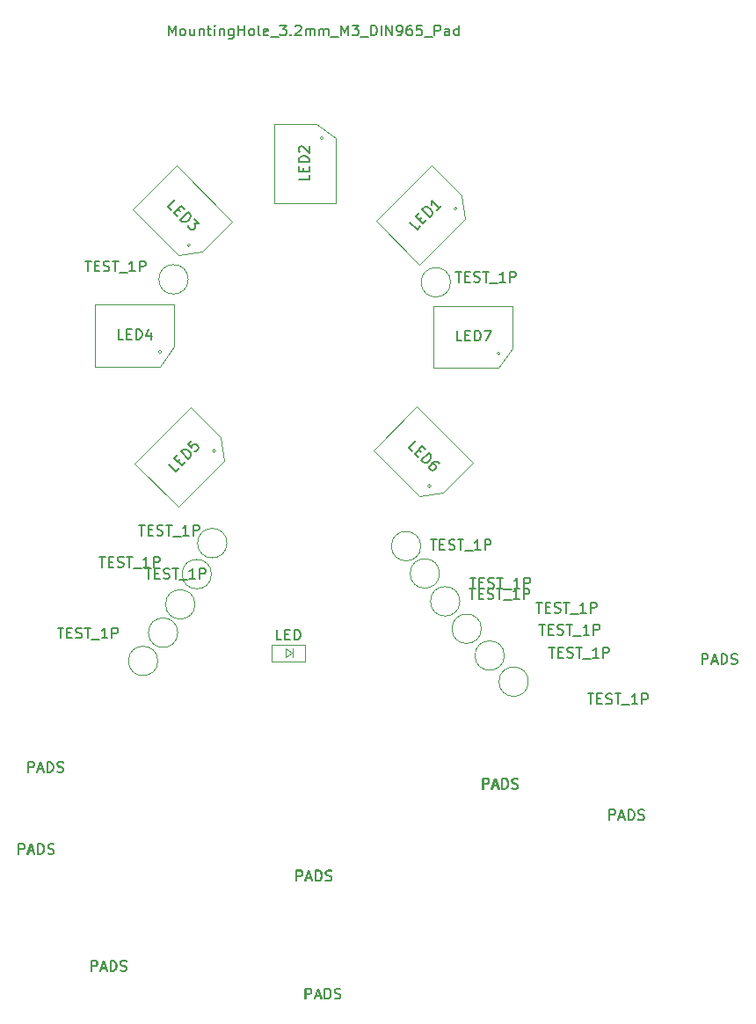
<source format=gbr>
G04 #@! TF.GenerationSoftware,KiCad,Pcbnew,(2017-05-14 revision 14bb238b3)-makepkg*
G04 #@! TF.CreationDate,2017-07-12T11:42:09-06:00*
G04 #@! TF.ProjectId,001,3030312E6B696361645F706362000000,rev?*
G04 #@! TF.FileFunction,Other,Fab,Top*
%FSLAX46Y46*%
G04 Gerber Fmt 4.6, Leading zero omitted, Abs format (unit mm)*
G04 Created by KiCad (PCBNEW (2017-05-14 revision 14bb238b3)-makepkg) date 07/12/17 11:42:09*
%MOMM*%
%LPD*%
G01*
G04 APERTURE LIST*
%ADD10C,0.100000*%
%ADD11C,0.050800*%
%ADD12C,0.050000*%
%ADD13C,0.046400*%
%ADD14C,0.150000*%
G04 APERTURE END LIST*
D10*
D11*
X120971334Y-92824520D02*
G75*
G03X120971334Y-92824520I-1414214J0D01*
G01*
X146965694Y-98082320D02*
G75*
G03X146965694Y-98082320I-1414214J0D01*
G01*
X122464854Y-89837480D02*
G75*
G03X122464854Y-89837480I-1414214J0D01*
G01*
X149180574Y-100657880D02*
G75*
G03X149180574Y-100657880I-1414214J0D01*
G01*
X119381294Y-95730280D02*
G75*
G03X119381294Y-95730280I-1414214J0D01*
G01*
X141133854Y-90127040D02*
G75*
G03X141133854Y-90127040I-1414214J0D01*
G01*
X117725214Y-98458240D02*
G75*
G03X117725214Y-98458240I-1414214J0D01*
G01*
X151497054Y-103172480D02*
G75*
G03X151497054Y-103172480I-1414214J0D01*
G01*
X115804974Y-101176040D02*
G75*
G03X115804974Y-101176040I-1414214J0D01*
G01*
D12*
X142202458Y-53465104D02*
X136814304Y-58853258D01*
X136814304Y-58853258D02*
X141035025Y-63073978D01*
X141035025Y-63073978D02*
X145435350Y-58673653D01*
X145076140Y-56338786D02*
X142202458Y-53465104D01*
X144631091Y-57658955D02*
G75*
G03X144631091Y-57658955I-158113J0D01*
G01*
D13*
X145435350Y-58673653D02*
X145076140Y-56338786D01*
X132968320Y-50894200D02*
X131063320Y-49497200D01*
D12*
X131728434Y-50857200D02*
G75*
G03X131728434Y-50857200I-158114J0D01*
G01*
X131063320Y-49497200D02*
X126999320Y-49497200D01*
X132968320Y-57117200D02*
X132968320Y-50894200D01*
X126999320Y-57117200D02*
X132968320Y-57117200D01*
X126999320Y-49497200D02*
X126999320Y-57117200D01*
X122975536Y-58909138D02*
X117587382Y-53520984D01*
X117587382Y-53520984D02*
X113366662Y-57741705D01*
X113366662Y-57741705D02*
X117766987Y-62142030D01*
X120101854Y-61782820D02*
X122975536Y-58909138D01*
X118939798Y-61179658D02*
G75*
G03X118939798Y-61179658I-158113J0D01*
G01*
D13*
X117766987Y-62142030D02*
X120101854Y-61782820D01*
X115980800Y-72844880D02*
X117377800Y-70939880D01*
D12*
X116175914Y-71446880D02*
G75*
G03X116175914Y-71446880I-158114J0D01*
G01*
X117377800Y-70939880D02*
X117377800Y-66875880D01*
X109757800Y-72844880D02*
X115980800Y-72844880D01*
X109757800Y-66875880D02*
X109757800Y-72844880D01*
X117377800Y-66875880D02*
X109757800Y-66875880D01*
X118956378Y-76767064D02*
X113568224Y-82155218D01*
X113568224Y-82155218D02*
X117788945Y-86375938D01*
X117788945Y-86375938D02*
X122189270Y-81975613D01*
X121830060Y-79640746D02*
X118956378Y-76767064D01*
X121385011Y-80960915D02*
G75*
G03X121385011Y-80960915I-158113J0D01*
G01*
D13*
X122189270Y-81975613D02*
X121830060Y-79640746D01*
X140957187Y-85306830D02*
X143292054Y-84947620D01*
D12*
X142129998Y-84344458D02*
G75*
G03X142129998Y-84344458I-158113J0D01*
G01*
X143292054Y-84947620D02*
X146165736Y-82073938D01*
X136556862Y-80906505D02*
X140957187Y-85306830D01*
X140777582Y-76685784D02*
X136556862Y-80906505D01*
X146165736Y-82073938D02*
X140777582Y-76685784D01*
X149991400Y-66997800D02*
X142371400Y-66997800D01*
X142371400Y-66997800D02*
X142371400Y-72966800D01*
X142371400Y-72966800D02*
X148594400Y-72966800D01*
X149991400Y-71061800D02*
X149991400Y-66997800D01*
X148789514Y-71568800D02*
G75*
G03X148789514Y-71568800I-158114J0D01*
G01*
D13*
X148594400Y-72966800D02*
X149991400Y-71061800D01*
D11*
X144893054Y-95440720D02*
G75*
G03X144893054Y-95440720I-1414214J0D01*
G01*
X142942334Y-92758480D02*
G75*
G03X142942334Y-92758480I-1414214J0D01*
G01*
X118731054Y-64452720D02*
G75*
G03X118731054Y-64452720I-1414214J0D01*
G01*
D10*
X128808000Y-100796000D02*
X128808000Y-99996000D01*
X128758000Y-100396000D02*
X128158000Y-100796000D01*
X128158000Y-99996000D02*
X128758000Y-100396000D01*
X128158000Y-100796000D02*
X128158000Y-99996000D01*
X126758000Y-99596000D02*
X129958000Y-99596000D01*
X126758000Y-101196000D02*
X126758000Y-99596000D01*
X129958000Y-101196000D02*
X126758000Y-101196000D01*
X129958000Y-99596000D02*
X129958000Y-101196000D01*
D11*
X143998974Y-64737200D02*
G75*
G03X143998974Y-64737200I-1414214J0D01*
G01*
D14*
X113975839Y-88098600D02*
X114547267Y-88098600D01*
X114261553Y-89098600D02*
X114261553Y-88098600D01*
X114880600Y-88574791D02*
X115213934Y-88574791D01*
X115356791Y-89098600D02*
X114880600Y-89098600D01*
X114880600Y-88098600D01*
X115356791Y-88098600D01*
X115737743Y-89050981D02*
X115880600Y-89098600D01*
X116118696Y-89098600D01*
X116213934Y-89050981D01*
X116261553Y-89003362D01*
X116309172Y-88908124D01*
X116309172Y-88812886D01*
X116261553Y-88717648D01*
X116213934Y-88670029D01*
X116118696Y-88622410D01*
X115928220Y-88574791D01*
X115832981Y-88527172D01*
X115785362Y-88479553D01*
X115737743Y-88384315D01*
X115737743Y-88289077D01*
X115785362Y-88193839D01*
X115832981Y-88146220D01*
X115928220Y-88098600D01*
X116166315Y-88098600D01*
X116309172Y-88146220D01*
X116594886Y-88098600D02*
X117166315Y-88098600D01*
X116880600Y-89098600D02*
X116880600Y-88098600D01*
X117261553Y-89193839D02*
X118023458Y-89193839D01*
X118785362Y-89098600D02*
X118213934Y-89098600D01*
X118499648Y-89098600D02*
X118499648Y-88098600D01*
X118404410Y-88241458D01*
X118309172Y-88336696D01*
X118213934Y-88384315D01*
X119213934Y-89098600D02*
X119213934Y-88098600D01*
X119594886Y-88098600D01*
X119690124Y-88146220D01*
X119737743Y-88193839D01*
X119785362Y-88289077D01*
X119785362Y-88431934D01*
X119737743Y-88527172D01*
X119690124Y-88574791D01*
X119594886Y-88622410D01*
X119213934Y-88622410D01*
X152251099Y-95553500D02*
X152822527Y-95553500D01*
X152536813Y-96553500D02*
X152536813Y-95553500D01*
X153155860Y-96029691D02*
X153489194Y-96029691D01*
X153632051Y-96553500D02*
X153155860Y-96553500D01*
X153155860Y-95553500D01*
X153632051Y-95553500D01*
X154013003Y-96505881D02*
X154155860Y-96553500D01*
X154393956Y-96553500D01*
X154489194Y-96505881D01*
X154536813Y-96458262D01*
X154584432Y-96363024D01*
X154584432Y-96267786D01*
X154536813Y-96172548D01*
X154489194Y-96124929D01*
X154393956Y-96077310D01*
X154203480Y-96029691D01*
X154108241Y-95982072D01*
X154060622Y-95934453D01*
X154013003Y-95839215D01*
X154013003Y-95743977D01*
X154060622Y-95648739D01*
X154108241Y-95601120D01*
X154203480Y-95553500D01*
X154441575Y-95553500D01*
X154584432Y-95601120D01*
X154870146Y-95553500D02*
X155441575Y-95553500D01*
X155155860Y-96553500D02*
X155155860Y-95553500D01*
X155536813Y-96648739D02*
X156298718Y-96648739D01*
X157060622Y-96553500D02*
X156489194Y-96553500D01*
X156774908Y-96553500D02*
X156774908Y-95553500D01*
X156679670Y-95696358D01*
X156584432Y-95791596D01*
X156489194Y-95839215D01*
X157489194Y-96553500D02*
X157489194Y-95553500D01*
X157870146Y-95553500D01*
X157965384Y-95601120D01*
X158013003Y-95648739D01*
X158060622Y-95743977D01*
X158060622Y-95886834D01*
X158013003Y-95982072D01*
X157965384Y-96029691D01*
X157870146Y-96077310D01*
X157489194Y-96077310D01*
X110173459Y-91156760D02*
X110744887Y-91156760D01*
X110459173Y-92156760D02*
X110459173Y-91156760D01*
X111078220Y-91632951D02*
X111411554Y-91632951D01*
X111554411Y-92156760D02*
X111078220Y-92156760D01*
X111078220Y-91156760D01*
X111554411Y-91156760D01*
X111935363Y-92109141D02*
X112078220Y-92156760D01*
X112316316Y-92156760D01*
X112411554Y-92109141D01*
X112459173Y-92061522D01*
X112506792Y-91966284D01*
X112506792Y-91871046D01*
X112459173Y-91775808D01*
X112411554Y-91728189D01*
X112316316Y-91680570D01*
X112125840Y-91632951D01*
X112030601Y-91585332D01*
X111982982Y-91537713D01*
X111935363Y-91442475D01*
X111935363Y-91347237D01*
X111982982Y-91251999D01*
X112030601Y-91204380D01*
X112125840Y-91156760D01*
X112363935Y-91156760D01*
X112506792Y-91204380D01*
X112792506Y-91156760D02*
X113363935Y-91156760D01*
X113078220Y-92156760D02*
X113078220Y-91156760D01*
X113459173Y-92251999D02*
X114221078Y-92251999D01*
X114982982Y-92156760D02*
X114411554Y-92156760D01*
X114697268Y-92156760D02*
X114697268Y-91156760D01*
X114602030Y-91299618D01*
X114506792Y-91394856D01*
X114411554Y-91442475D01*
X115411554Y-92156760D02*
X115411554Y-91156760D01*
X115792506Y-91156760D01*
X115887744Y-91204380D01*
X115935363Y-91251999D01*
X115982982Y-91347237D01*
X115982982Y-91490094D01*
X115935363Y-91585332D01*
X115887744Y-91632951D01*
X115792506Y-91680570D01*
X115411554Y-91680570D01*
X152548279Y-97659160D02*
X153119707Y-97659160D01*
X152833993Y-98659160D02*
X152833993Y-97659160D01*
X153453040Y-98135351D02*
X153786374Y-98135351D01*
X153929231Y-98659160D02*
X153453040Y-98659160D01*
X153453040Y-97659160D01*
X153929231Y-97659160D01*
X154310183Y-98611541D02*
X154453040Y-98659160D01*
X154691136Y-98659160D01*
X154786374Y-98611541D01*
X154833993Y-98563922D01*
X154881612Y-98468684D01*
X154881612Y-98373446D01*
X154833993Y-98278208D01*
X154786374Y-98230589D01*
X154691136Y-98182970D01*
X154500660Y-98135351D01*
X154405421Y-98087732D01*
X154357802Y-98040113D01*
X154310183Y-97944875D01*
X154310183Y-97849637D01*
X154357802Y-97754399D01*
X154405421Y-97706780D01*
X154500660Y-97659160D01*
X154738755Y-97659160D01*
X154881612Y-97706780D01*
X155167326Y-97659160D02*
X155738755Y-97659160D01*
X155453040Y-98659160D02*
X155453040Y-97659160D01*
X155833993Y-98754399D02*
X156595898Y-98754399D01*
X157357802Y-98659160D02*
X156786374Y-98659160D01*
X157072088Y-98659160D02*
X157072088Y-97659160D01*
X156976850Y-97802018D01*
X156881612Y-97897256D01*
X156786374Y-97944875D01*
X157786374Y-98659160D02*
X157786374Y-97659160D01*
X158167326Y-97659160D01*
X158262564Y-97706780D01*
X158310183Y-97754399D01*
X158357802Y-97849637D01*
X158357802Y-97992494D01*
X158310183Y-98087732D01*
X158262564Y-98135351D01*
X158167326Y-98182970D01*
X157786374Y-98182970D01*
X153457599Y-99868960D02*
X154029027Y-99868960D01*
X153743313Y-100868960D02*
X153743313Y-99868960D01*
X154362360Y-100345151D02*
X154695694Y-100345151D01*
X154838551Y-100868960D02*
X154362360Y-100868960D01*
X154362360Y-99868960D01*
X154838551Y-99868960D01*
X155219503Y-100821341D02*
X155362360Y-100868960D01*
X155600456Y-100868960D01*
X155695694Y-100821341D01*
X155743313Y-100773722D01*
X155790932Y-100678484D01*
X155790932Y-100583246D01*
X155743313Y-100488008D01*
X155695694Y-100440389D01*
X155600456Y-100392770D01*
X155409980Y-100345151D01*
X155314741Y-100297532D01*
X155267122Y-100249913D01*
X155219503Y-100154675D01*
X155219503Y-100059437D01*
X155267122Y-99964199D01*
X155314741Y-99916580D01*
X155409980Y-99868960D01*
X155648075Y-99868960D01*
X155790932Y-99916580D01*
X156076646Y-99868960D02*
X156648075Y-99868960D01*
X156362360Y-100868960D02*
X156362360Y-99868960D01*
X156743313Y-100964199D02*
X157505218Y-100964199D01*
X158267122Y-100868960D02*
X157695694Y-100868960D01*
X157981408Y-100868960D02*
X157981408Y-99868960D01*
X157886170Y-100011818D01*
X157790932Y-100107056D01*
X157695694Y-100154675D01*
X158695694Y-100868960D02*
X158695694Y-99868960D01*
X159076646Y-99868960D01*
X159171884Y-99916580D01*
X159219503Y-99964199D01*
X159267122Y-100059437D01*
X159267122Y-100202294D01*
X159219503Y-100297532D01*
X159171884Y-100345151D01*
X159076646Y-100392770D01*
X158695694Y-100392770D01*
X142075859Y-89490520D02*
X142647287Y-89490520D01*
X142361573Y-90490520D02*
X142361573Y-89490520D01*
X142980620Y-89966711D02*
X143313954Y-89966711D01*
X143456811Y-90490520D02*
X142980620Y-90490520D01*
X142980620Y-89490520D01*
X143456811Y-89490520D01*
X143837763Y-90442901D02*
X143980620Y-90490520D01*
X144218716Y-90490520D01*
X144313954Y-90442901D01*
X144361573Y-90395282D01*
X144409192Y-90300044D01*
X144409192Y-90204806D01*
X144361573Y-90109568D01*
X144313954Y-90061949D01*
X144218716Y-90014330D01*
X144028240Y-89966711D01*
X143933001Y-89919092D01*
X143885382Y-89871473D01*
X143837763Y-89776235D01*
X143837763Y-89680997D01*
X143885382Y-89585759D01*
X143933001Y-89538140D01*
X144028240Y-89490520D01*
X144266335Y-89490520D01*
X144409192Y-89538140D01*
X144694906Y-89490520D02*
X145266335Y-89490520D01*
X144980620Y-90490520D02*
X144980620Y-89490520D01*
X145361573Y-90585759D02*
X146123478Y-90585759D01*
X146885382Y-90490520D02*
X146313954Y-90490520D01*
X146599668Y-90490520D02*
X146599668Y-89490520D01*
X146504430Y-89633378D01*
X146409192Y-89728616D01*
X146313954Y-89776235D01*
X147313954Y-90490520D02*
X147313954Y-89490520D01*
X147694906Y-89490520D01*
X147790144Y-89538140D01*
X147837763Y-89585759D01*
X147885382Y-89680997D01*
X147885382Y-89823854D01*
X147837763Y-89919092D01*
X147790144Y-89966711D01*
X147694906Y-90014330D01*
X147313954Y-90014330D01*
X114603219Y-92271820D02*
X115174647Y-92271820D01*
X114888933Y-93271820D02*
X114888933Y-92271820D01*
X115507980Y-92748011D02*
X115841314Y-92748011D01*
X115984171Y-93271820D02*
X115507980Y-93271820D01*
X115507980Y-92271820D01*
X115984171Y-92271820D01*
X116365123Y-93224201D02*
X116507980Y-93271820D01*
X116746076Y-93271820D01*
X116841314Y-93224201D01*
X116888933Y-93176582D01*
X116936552Y-93081344D01*
X116936552Y-92986106D01*
X116888933Y-92890868D01*
X116841314Y-92843249D01*
X116746076Y-92795630D01*
X116555600Y-92748011D01*
X116460361Y-92700392D01*
X116412742Y-92652773D01*
X116365123Y-92557535D01*
X116365123Y-92462297D01*
X116412742Y-92367059D01*
X116460361Y-92319440D01*
X116555600Y-92271820D01*
X116793695Y-92271820D01*
X116936552Y-92319440D01*
X117222266Y-92271820D02*
X117793695Y-92271820D01*
X117507980Y-93271820D02*
X117507980Y-92271820D01*
X117888933Y-93367059D02*
X118650838Y-93367059D01*
X119412742Y-93271820D02*
X118841314Y-93271820D01*
X119127028Y-93271820D02*
X119127028Y-92271820D01*
X119031790Y-92414678D01*
X118936552Y-92509916D01*
X118841314Y-92557535D01*
X119841314Y-93271820D02*
X119841314Y-92271820D01*
X120222266Y-92271820D01*
X120317504Y-92319440D01*
X120365123Y-92367059D01*
X120412742Y-92462297D01*
X120412742Y-92605154D01*
X120365123Y-92700392D01*
X120317504Y-92748011D01*
X120222266Y-92795630D01*
X119841314Y-92795630D01*
X157214259Y-104326660D02*
X157785687Y-104326660D01*
X157499973Y-105326660D02*
X157499973Y-104326660D01*
X158119020Y-104802851D02*
X158452354Y-104802851D01*
X158595211Y-105326660D02*
X158119020Y-105326660D01*
X158119020Y-104326660D01*
X158595211Y-104326660D01*
X158976163Y-105279041D02*
X159119020Y-105326660D01*
X159357116Y-105326660D01*
X159452354Y-105279041D01*
X159499973Y-105231422D01*
X159547592Y-105136184D01*
X159547592Y-105040946D01*
X159499973Y-104945708D01*
X159452354Y-104898089D01*
X159357116Y-104850470D01*
X159166640Y-104802851D01*
X159071401Y-104755232D01*
X159023782Y-104707613D01*
X158976163Y-104612375D01*
X158976163Y-104517137D01*
X159023782Y-104421899D01*
X159071401Y-104374280D01*
X159166640Y-104326660D01*
X159404735Y-104326660D01*
X159547592Y-104374280D01*
X159833306Y-104326660D02*
X160404735Y-104326660D01*
X160119020Y-105326660D02*
X160119020Y-104326660D01*
X160499973Y-105421899D02*
X161261878Y-105421899D01*
X162023782Y-105326660D02*
X161452354Y-105326660D01*
X161738068Y-105326660D02*
X161738068Y-104326660D01*
X161642830Y-104469518D01*
X161547592Y-104564756D01*
X161452354Y-104612375D01*
X162452354Y-105326660D02*
X162452354Y-104326660D01*
X162833306Y-104326660D01*
X162928544Y-104374280D01*
X162976163Y-104421899D01*
X163023782Y-104517137D01*
X163023782Y-104659994D01*
X162976163Y-104755232D01*
X162928544Y-104802851D01*
X162833306Y-104850470D01*
X162452354Y-104850470D01*
X106155179Y-97986820D02*
X106726607Y-97986820D01*
X106440893Y-98986820D02*
X106440893Y-97986820D01*
X107059940Y-98463011D02*
X107393274Y-98463011D01*
X107536131Y-98986820D02*
X107059940Y-98986820D01*
X107059940Y-97986820D01*
X107536131Y-97986820D01*
X107917083Y-98939201D02*
X108059940Y-98986820D01*
X108298036Y-98986820D01*
X108393274Y-98939201D01*
X108440893Y-98891582D01*
X108488512Y-98796344D01*
X108488512Y-98701106D01*
X108440893Y-98605868D01*
X108393274Y-98558249D01*
X108298036Y-98510630D01*
X108107560Y-98463011D01*
X108012321Y-98415392D01*
X107964702Y-98367773D01*
X107917083Y-98272535D01*
X107917083Y-98177297D01*
X107964702Y-98082059D01*
X108012321Y-98034440D01*
X108107560Y-97986820D01*
X108345655Y-97986820D01*
X108488512Y-98034440D01*
X108774226Y-97986820D02*
X109345655Y-97986820D01*
X109059940Y-98986820D02*
X109059940Y-97986820D01*
X109440893Y-99082059D02*
X110202798Y-99082059D01*
X110964702Y-98986820D02*
X110393274Y-98986820D01*
X110678988Y-98986820D02*
X110678988Y-97986820D01*
X110583750Y-98129678D01*
X110488512Y-98224916D01*
X110393274Y-98272535D01*
X111393274Y-98986820D02*
X111393274Y-97986820D01*
X111774226Y-97986820D01*
X111869464Y-98034440D01*
X111917083Y-98082059D01*
X111964702Y-98177297D01*
X111964702Y-98320154D01*
X111917083Y-98415392D01*
X111869464Y-98463011D01*
X111774226Y-98510630D01*
X111393274Y-98510630D01*
X141120113Y-59318129D02*
X140783395Y-59654847D01*
X140076289Y-58947740D01*
X140985426Y-58712038D02*
X141221128Y-58476336D01*
X141692533Y-58745710D02*
X141355815Y-59082427D01*
X140648708Y-58375320D01*
X140985426Y-58038603D01*
X141995579Y-58442664D02*
X141288472Y-57735557D01*
X141456830Y-57567198D01*
X141591518Y-57499855D01*
X141726205Y-57499855D01*
X141827220Y-57533526D01*
X141995579Y-57634542D01*
X142096594Y-57735557D01*
X142197609Y-57903916D01*
X142231281Y-58004931D01*
X142231281Y-58139618D01*
X142163937Y-58274305D01*
X141995579Y-58442664D01*
X143073075Y-57365168D02*
X142669014Y-57769229D01*
X142871044Y-57567198D02*
X142163937Y-56860091D01*
X142197609Y-57028450D01*
X142197609Y-57163137D01*
X142163937Y-57264152D01*
X130372700Y-54401247D02*
X130372700Y-54877438D01*
X129372700Y-54877438D01*
X129848891Y-54067914D02*
X129848891Y-53734580D01*
X130372700Y-53591723D02*
X130372700Y-54067914D01*
X129372700Y-54067914D01*
X129372700Y-53591723D01*
X130372700Y-53163152D02*
X129372700Y-53163152D01*
X129372700Y-52925057D01*
X129420320Y-52782200D01*
X129515558Y-52686961D01*
X129610796Y-52639342D01*
X129801272Y-52591723D01*
X129944129Y-52591723D01*
X130134605Y-52639342D01*
X130229843Y-52686961D01*
X130325081Y-52782200D01*
X130372700Y-52925057D01*
X130372700Y-53163152D01*
X129467939Y-52210771D02*
X129420320Y-52163152D01*
X129372700Y-52067914D01*
X129372700Y-51829819D01*
X129420320Y-51734580D01*
X129467939Y-51686961D01*
X129563177Y-51639342D01*
X129658415Y-51639342D01*
X129801272Y-51686961D01*
X130372700Y-52258390D01*
X130372700Y-51639342D01*
X117122510Y-57826793D02*
X116785792Y-57490075D01*
X117492899Y-56782969D01*
X117728601Y-57692106D02*
X117964303Y-57927808D01*
X117694929Y-58399213D02*
X117358212Y-58062495D01*
X118065319Y-57355388D01*
X118402036Y-57692106D01*
X117997975Y-58702259D02*
X118705082Y-57995152D01*
X118873441Y-58163510D01*
X118940784Y-58298198D01*
X118940784Y-58432885D01*
X118907113Y-58533900D01*
X118806097Y-58702259D01*
X118705082Y-58803274D01*
X118536723Y-58904289D01*
X118435708Y-58937961D01*
X118301021Y-58937961D01*
X118166334Y-58870617D01*
X117997975Y-58702259D01*
X119344845Y-58634915D02*
X119782578Y-59072648D01*
X119277502Y-59106320D01*
X119378517Y-59207335D01*
X119412189Y-59308350D01*
X119412189Y-59375694D01*
X119378517Y-59476709D01*
X119210158Y-59645068D01*
X119109143Y-59678739D01*
X119041800Y-59678739D01*
X118940784Y-59645068D01*
X118738754Y-59443037D01*
X118705082Y-59342022D01*
X118705082Y-59274678D01*
X112473752Y-70249260D02*
X111997561Y-70249260D01*
X111997561Y-69249260D01*
X112807085Y-69725451D02*
X113140419Y-69725451D01*
X113283276Y-70249260D02*
X112807085Y-70249260D01*
X112807085Y-69249260D01*
X113283276Y-69249260D01*
X113711847Y-70249260D02*
X113711847Y-69249260D01*
X113949942Y-69249260D01*
X114092800Y-69296880D01*
X114188038Y-69392118D01*
X114235657Y-69487356D01*
X114283276Y-69677832D01*
X114283276Y-69820689D01*
X114235657Y-70011165D01*
X114188038Y-70106403D01*
X114092800Y-70201641D01*
X113949942Y-70249260D01*
X113711847Y-70249260D01*
X115140419Y-69582594D02*
X115140419Y-70249260D01*
X114902323Y-69201641D02*
X114664228Y-69915927D01*
X115283276Y-69915927D01*
X117874033Y-82620089D02*
X117537315Y-82956807D01*
X116830209Y-82249700D01*
X117739346Y-82013998D02*
X117975048Y-81778296D01*
X118446453Y-82047670D02*
X118109735Y-82384387D01*
X117402628Y-81677280D01*
X117739346Y-81340563D01*
X118749499Y-81744624D02*
X118042392Y-81037517D01*
X118210750Y-80869158D01*
X118345438Y-80801815D01*
X118480125Y-80801815D01*
X118581140Y-80835486D01*
X118749499Y-80936502D01*
X118850514Y-81037517D01*
X118951529Y-81205876D01*
X118985201Y-81306891D01*
X118985201Y-81441578D01*
X118917857Y-81576265D01*
X118749499Y-81744624D01*
X119086216Y-79993693D02*
X118749499Y-80330410D01*
X119052544Y-80700799D01*
X119052544Y-80633456D01*
X119086216Y-80532441D01*
X119254575Y-80364082D01*
X119355590Y-80330410D01*
X119422934Y-80330410D01*
X119523949Y-80364082D01*
X119692308Y-80532441D01*
X119725979Y-80633456D01*
X119725979Y-80700799D01*
X119692308Y-80801815D01*
X119523949Y-80970173D01*
X119422934Y-81003845D01*
X119355590Y-81003845D01*
X140312710Y-80991593D02*
X139975992Y-80654875D01*
X140683099Y-79947769D01*
X140918801Y-80856906D02*
X141154503Y-81092608D01*
X140885129Y-81564013D02*
X140548412Y-81227295D01*
X141255519Y-80520188D01*
X141592236Y-80856906D01*
X141188175Y-81867059D02*
X141895282Y-81159952D01*
X142063641Y-81328310D01*
X142130984Y-81462998D01*
X142130984Y-81597685D01*
X142097313Y-81698700D01*
X141996297Y-81867059D01*
X141895282Y-81968074D01*
X141726923Y-82069089D01*
X141625908Y-82102761D01*
X141491221Y-82102761D01*
X141356534Y-82035417D01*
X141188175Y-81867059D01*
X142905435Y-82170104D02*
X142770748Y-82035417D01*
X142669732Y-82001746D01*
X142602389Y-82001746D01*
X142434030Y-82035417D01*
X142265671Y-82136433D01*
X141996297Y-82405807D01*
X141962626Y-82506822D01*
X141962626Y-82574165D01*
X141996297Y-82675181D01*
X142130984Y-82809868D01*
X142232000Y-82843539D01*
X142299343Y-82843539D01*
X142400358Y-82809868D01*
X142568717Y-82641509D01*
X142602389Y-82540494D01*
X142602389Y-82473150D01*
X142568717Y-82372135D01*
X142434030Y-82237448D01*
X142333015Y-82203776D01*
X142265671Y-82203776D01*
X142164656Y-82237448D01*
X145087352Y-70371180D02*
X144611161Y-70371180D01*
X144611161Y-69371180D01*
X145420685Y-69847371D02*
X145754019Y-69847371D01*
X145896876Y-70371180D02*
X145420685Y-70371180D01*
X145420685Y-69371180D01*
X145896876Y-69371180D01*
X146325447Y-70371180D02*
X146325447Y-69371180D01*
X146563542Y-69371180D01*
X146706400Y-69418800D01*
X146801638Y-69514038D01*
X146849257Y-69609276D01*
X146896876Y-69799752D01*
X146896876Y-69942609D01*
X146849257Y-70133085D01*
X146801638Y-70228323D01*
X146706400Y-70323561D01*
X146563542Y-70371180D01*
X146325447Y-70371180D01*
X147230209Y-69371180D02*
X147896876Y-69371180D01*
X147468304Y-70371180D01*
X145809659Y-94220000D02*
X146381087Y-94220000D01*
X146095373Y-95220000D02*
X146095373Y-94220000D01*
X146714420Y-94696191D02*
X147047754Y-94696191D01*
X147190611Y-95220000D02*
X146714420Y-95220000D01*
X146714420Y-94220000D01*
X147190611Y-94220000D01*
X147571563Y-95172381D02*
X147714420Y-95220000D01*
X147952516Y-95220000D01*
X148047754Y-95172381D01*
X148095373Y-95124762D01*
X148142992Y-95029524D01*
X148142992Y-94934286D01*
X148095373Y-94839048D01*
X148047754Y-94791429D01*
X147952516Y-94743810D01*
X147762040Y-94696191D01*
X147666801Y-94648572D01*
X147619182Y-94600953D01*
X147571563Y-94505715D01*
X147571563Y-94410477D01*
X147619182Y-94315239D01*
X147666801Y-94267620D01*
X147762040Y-94220000D01*
X148000135Y-94220000D01*
X148142992Y-94267620D01*
X148428706Y-94220000D02*
X149000135Y-94220000D01*
X148714420Y-95220000D02*
X148714420Y-94220000D01*
X149095373Y-95315239D02*
X149857278Y-95315239D01*
X150619182Y-95220000D02*
X150047754Y-95220000D01*
X150333468Y-95220000D02*
X150333468Y-94220000D01*
X150238230Y-94362858D01*
X150142992Y-94458096D01*
X150047754Y-94505715D01*
X151047754Y-95220000D02*
X151047754Y-94220000D01*
X151428706Y-94220000D01*
X151523944Y-94267620D01*
X151571563Y-94315239D01*
X151619182Y-94410477D01*
X151619182Y-94553334D01*
X151571563Y-94648572D01*
X151523944Y-94696191D01*
X151428706Y-94743810D01*
X151047754Y-94743810D01*
X145865539Y-93176060D02*
X146436967Y-93176060D01*
X146151253Y-94176060D02*
X146151253Y-93176060D01*
X146770300Y-93652251D02*
X147103634Y-93652251D01*
X147246491Y-94176060D02*
X146770300Y-94176060D01*
X146770300Y-93176060D01*
X147246491Y-93176060D01*
X147627443Y-94128441D02*
X147770300Y-94176060D01*
X148008396Y-94176060D01*
X148103634Y-94128441D01*
X148151253Y-94080822D01*
X148198872Y-93985584D01*
X148198872Y-93890346D01*
X148151253Y-93795108D01*
X148103634Y-93747489D01*
X148008396Y-93699870D01*
X147817920Y-93652251D01*
X147722681Y-93604632D01*
X147675062Y-93557013D01*
X147627443Y-93461775D01*
X147627443Y-93366537D01*
X147675062Y-93271299D01*
X147722681Y-93223680D01*
X147817920Y-93176060D01*
X148056015Y-93176060D01*
X148198872Y-93223680D01*
X148484586Y-93176060D02*
X149056015Y-93176060D01*
X148770300Y-94176060D02*
X148770300Y-93176060D01*
X149151253Y-94271299D02*
X149913158Y-94271299D01*
X150675062Y-94176060D02*
X150103634Y-94176060D01*
X150389348Y-94176060D02*
X150389348Y-93176060D01*
X150294110Y-93318918D01*
X150198872Y-93414156D01*
X150103634Y-93461775D01*
X151103634Y-94176060D02*
X151103634Y-93176060D01*
X151484586Y-93176060D01*
X151579824Y-93223680D01*
X151627443Y-93271299D01*
X151675062Y-93366537D01*
X151675062Y-93509394D01*
X151627443Y-93604632D01*
X151579824Y-93652251D01*
X151484586Y-93699870D01*
X151103634Y-93699870D01*
X108814559Y-62685900D02*
X109385987Y-62685900D01*
X109100273Y-63685900D02*
X109100273Y-62685900D01*
X109719320Y-63162091D02*
X110052654Y-63162091D01*
X110195511Y-63685900D02*
X109719320Y-63685900D01*
X109719320Y-62685900D01*
X110195511Y-62685900D01*
X110576463Y-63638281D02*
X110719320Y-63685900D01*
X110957416Y-63685900D01*
X111052654Y-63638281D01*
X111100273Y-63590662D01*
X111147892Y-63495424D01*
X111147892Y-63400186D01*
X111100273Y-63304948D01*
X111052654Y-63257329D01*
X110957416Y-63209710D01*
X110766940Y-63162091D01*
X110671701Y-63114472D01*
X110624082Y-63066853D01*
X110576463Y-62971615D01*
X110576463Y-62876377D01*
X110624082Y-62781139D01*
X110671701Y-62733520D01*
X110766940Y-62685900D01*
X111005035Y-62685900D01*
X111147892Y-62733520D01*
X111433606Y-62685900D02*
X112005035Y-62685900D01*
X111719320Y-63685900D02*
X111719320Y-62685900D01*
X112100273Y-63781139D02*
X112862178Y-63781139D01*
X113624082Y-63685900D02*
X113052654Y-63685900D01*
X113338368Y-63685900D02*
X113338368Y-62685900D01*
X113243130Y-62828758D01*
X113147892Y-62923996D01*
X113052654Y-62971615D01*
X114052654Y-63685900D02*
X114052654Y-62685900D01*
X114433606Y-62685900D01*
X114528844Y-62733520D01*
X114576463Y-62781139D01*
X114624082Y-62876377D01*
X114624082Y-63019234D01*
X114576463Y-63114472D01*
X114528844Y-63162091D01*
X114433606Y-63209710D01*
X114052654Y-63209710D01*
X127715142Y-99148380D02*
X127238952Y-99148380D01*
X127238952Y-98148380D01*
X128048476Y-98624571D02*
X128381809Y-98624571D01*
X128524666Y-99148380D02*
X128048476Y-99148380D01*
X128048476Y-98148380D01*
X128524666Y-98148380D01*
X128953238Y-99148380D02*
X128953238Y-98148380D01*
X129191333Y-98148380D01*
X129334190Y-98196000D01*
X129429428Y-98291238D01*
X129477047Y-98386476D01*
X129524666Y-98576952D01*
X129524666Y-98719809D01*
X129477047Y-98910285D01*
X129429428Y-99005523D01*
X129334190Y-99100761D01*
X129191333Y-99148380D01*
X128953238Y-99148380D01*
X144496479Y-63719680D02*
X145067907Y-63719680D01*
X144782193Y-64719680D02*
X144782193Y-63719680D01*
X145401240Y-64195871D02*
X145734574Y-64195871D01*
X145877431Y-64719680D02*
X145401240Y-64719680D01*
X145401240Y-63719680D01*
X145877431Y-63719680D01*
X146258383Y-64672061D02*
X146401240Y-64719680D01*
X146639336Y-64719680D01*
X146734574Y-64672061D01*
X146782193Y-64624442D01*
X146829812Y-64529204D01*
X146829812Y-64433966D01*
X146782193Y-64338728D01*
X146734574Y-64291109D01*
X146639336Y-64243490D01*
X146448860Y-64195871D01*
X146353621Y-64148252D01*
X146306002Y-64100633D01*
X146258383Y-64005395D01*
X146258383Y-63910157D01*
X146306002Y-63814919D01*
X146353621Y-63767300D01*
X146448860Y-63719680D01*
X146686955Y-63719680D01*
X146829812Y-63767300D01*
X147115526Y-63719680D02*
X147686955Y-63719680D01*
X147401240Y-64719680D02*
X147401240Y-63719680D01*
X147782193Y-64814919D02*
X148544098Y-64814919D01*
X149306002Y-64719680D02*
X148734574Y-64719680D01*
X149020288Y-64719680D02*
X149020288Y-63719680D01*
X148925050Y-63862538D01*
X148829812Y-63957776D01*
X148734574Y-64005395D01*
X149734574Y-64719680D02*
X149734574Y-63719680D01*
X150115526Y-63719680D01*
X150210764Y-63767300D01*
X150258383Y-63814919D01*
X150306002Y-63910157D01*
X150306002Y-64053014D01*
X150258383Y-64148252D01*
X150210764Y-64195871D01*
X150115526Y-64243490D01*
X149734574Y-64243490D01*
X147136013Y-113480060D02*
X147136013Y-112480060D01*
X147516965Y-112480060D01*
X147612203Y-112527680D01*
X147659822Y-112575299D01*
X147707441Y-112670537D01*
X147707441Y-112813394D01*
X147659822Y-112908632D01*
X147612203Y-112956251D01*
X147516965Y-113003870D01*
X147136013Y-113003870D01*
X148088394Y-113194346D02*
X148564584Y-113194346D01*
X147993156Y-113480060D02*
X148326489Y-112480060D01*
X148659822Y-113480060D01*
X148993156Y-113480060D02*
X148993156Y-112480060D01*
X149231251Y-112480060D01*
X149374108Y-112527680D01*
X149469346Y-112622918D01*
X149516965Y-112718156D01*
X149564584Y-112908632D01*
X149564584Y-113051489D01*
X149516965Y-113241965D01*
X149469346Y-113337203D01*
X149374108Y-113432441D01*
X149231251Y-113480060D01*
X148993156Y-113480060D01*
X149945537Y-113432441D02*
X150088394Y-113480060D01*
X150326489Y-113480060D01*
X150421727Y-113432441D01*
X150469346Y-113384822D01*
X150516965Y-113289584D01*
X150516965Y-113194346D01*
X150469346Y-113099108D01*
X150421727Y-113051489D01*
X150326489Y-113003870D01*
X150136013Y-112956251D01*
X150040775Y-112908632D01*
X149993156Y-112861013D01*
X149945537Y-112765775D01*
X149945537Y-112670537D01*
X149993156Y-112575299D01*
X150040775Y-112527680D01*
X150136013Y-112480060D01*
X150374108Y-112480060D01*
X150516965Y-112527680D01*
X159282293Y-116487420D02*
X159282293Y-115487420D01*
X159663245Y-115487420D01*
X159758483Y-115535040D01*
X159806102Y-115582659D01*
X159853721Y-115677897D01*
X159853721Y-115820754D01*
X159806102Y-115915992D01*
X159758483Y-115963611D01*
X159663245Y-116011230D01*
X159282293Y-116011230D01*
X160234674Y-116201706D02*
X160710864Y-116201706D01*
X160139436Y-116487420D02*
X160472769Y-115487420D01*
X160806102Y-116487420D01*
X161139436Y-116487420D02*
X161139436Y-115487420D01*
X161377531Y-115487420D01*
X161520388Y-115535040D01*
X161615626Y-115630278D01*
X161663245Y-115725516D01*
X161710864Y-115915992D01*
X161710864Y-116058849D01*
X161663245Y-116249325D01*
X161615626Y-116344563D01*
X161520388Y-116439801D01*
X161377531Y-116487420D01*
X161139436Y-116487420D01*
X162091817Y-116439801D02*
X162234674Y-116487420D01*
X162472769Y-116487420D01*
X162568007Y-116439801D01*
X162615626Y-116392182D01*
X162663245Y-116296944D01*
X162663245Y-116201706D01*
X162615626Y-116106468D01*
X162568007Y-116058849D01*
X162472769Y-116011230D01*
X162282293Y-115963611D01*
X162187055Y-115915992D01*
X162139436Y-115868373D01*
X162091817Y-115773135D01*
X162091817Y-115677897D01*
X162139436Y-115582659D01*
X162187055Y-115535040D01*
X162282293Y-115487420D01*
X162520388Y-115487420D01*
X162663245Y-115535040D01*
X130031653Y-133693380D02*
X130031653Y-132693380D01*
X130412605Y-132693380D01*
X130507843Y-132741000D01*
X130555462Y-132788619D01*
X130603081Y-132883857D01*
X130603081Y-133026714D01*
X130555462Y-133121952D01*
X130507843Y-133169571D01*
X130412605Y-133217190D01*
X130031653Y-133217190D01*
X130984034Y-133407666D02*
X131460224Y-133407666D01*
X130888796Y-133693380D02*
X131222129Y-132693380D01*
X131555462Y-133693380D01*
X131888796Y-133693380D02*
X131888796Y-132693380D01*
X132126891Y-132693380D01*
X132269748Y-132741000D01*
X132364986Y-132836238D01*
X132412605Y-132931476D01*
X132460224Y-133121952D01*
X132460224Y-133264809D01*
X132412605Y-133455285D01*
X132364986Y-133550523D01*
X132269748Y-133645761D01*
X132126891Y-133693380D01*
X131888796Y-133693380D01*
X132841177Y-133645761D02*
X132984034Y-133693380D01*
X133222129Y-133693380D01*
X133317367Y-133645761D01*
X133364986Y-133598142D01*
X133412605Y-133502904D01*
X133412605Y-133407666D01*
X133364986Y-133312428D01*
X133317367Y-133264809D01*
X133222129Y-133217190D01*
X133031653Y-133169571D01*
X132936415Y-133121952D01*
X132888796Y-133074333D01*
X132841177Y-132979095D01*
X132841177Y-132883857D01*
X132888796Y-132788619D01*
X132936415Y-132741000D01*
X133031653Y-132693380D01*
X133269748Y-132693380D01*
X133412605Y-132741000D01*
X129162973Y-122354820D02*
X129162973Y-121354820D01*
X129543925Y-121354820D01*
X129639163Y-121402440D01*
X129686782Y-121450059D01*
X129734401Y-121545297D01*
X129734401Y-121688154D01*
X129686782Y-121783392D01*
X129639163Y-121831011D01*
X129543925Y-121878630D01*
X129162973Y-121878630D01*
X130115354Y-122069106D02*
X130591544Y-122069106D01*
X130020116Y-122354820D02*
X130353449Y-121354820D01*
X130686782Y-122354820D01*
X131020116Y-122354820D02*
X131020116Y-121354820D01*
X131258211Y-121354820D01*
X131401068Y-121402440D01*
X131496306Y-121497678D01*
X131543925Y-121592916D01*
X131591544Y-121783392D01*
X131591544Y-121926249D01*
X131543925Y-122116725D01*
X131496306Y-122211963D01*
X131401068Y-122307201D01*
X131258211Y-122354820D01*
X131020116Y-122354820D01*
X131972497Y-122307201D02*
X132115354Y-122354820D01*
X132353449Y-122354820D01*
X132448687Y-122307201D01*
X132496306Y-122259582D01*
X132543925Y-122164344D01*
X132543925Y-122069106D01*
X132496306Y-121973868D01*
X132448687Y-121926249D01*
X132353449Y-121878630D01*
X132162973Y-121831011D01*
X132067735Y-121783392D01*
X132020116Y-121735773D01*
X131972497Y-121640535D01*
X131972497Y-121545297D01*
X132020116Y-121450059D01*
X132067735Y-121402440D01*
X132162973Y-121354820D01*
X132401068Y-121354820D01*
X132543925Y-121402440D01*
X109417013Y-131031460D02*
X109417013Y-130031460D01*
X109797965Y-130031460D01*
X109893203Y-130079080D01*
X109940822Y-130126699D01*
X109988441Y-130221937D01*
X109988441Y-130364794D01*
X109940822Y-130460032D01*
X109893203Y-130507651D01*
X109797965Y-130555270D01*
X109417013Y-130555270D01*
X110369394Y-130745746D02*
X110845584Y-130745746D01*
X110274156Y-131031460D02*
X110607489Y-130031460D01*
X110940822Y-131031460D01*
X111274156Y-131031460D02*
X111274156Y-130031460D01*
X111512251Y-130031460D01*
X111655108Y-130079080D01*
X111750346Y-130174318D01*
X111797965Y-130269556D01*
X111845584Y-130460032D01*
X111845584Y-130602889D01*
X111797965Y-130793365D01*
X111750346Y-130888603D01*
X111655108Y-130983841D01*
X111512251Y-131031460D01*
X111274156Y-131031460D01*
X112226537Y-130983841D02*
X112369394Y-131031460D01*
X112607489Y-131031460D01*
X112702727Y-130983841D01*
X112750346Y-130936222D01*
X112797965Y-130840984D01*
X112797965Y-130745746D01*
X112750346Y-130650508D01*
X112702727Y-130602889D01*
X112607489Y-130555270D01*
X112417013Y-130507651D01*
X112321775Y-130460032D01*
X112274156Y-130412413D01*
X112226537Y-130317175D01*
X112226537Y-130221937D01*
X112274156Y-130126699D01*
X112321775Y-130079080D01*
X112417013Y-130031460D01*
X112655108Y-130031460D01*
X112797965Y-130079080D01*
X102416773Y-119769100D02*
X102416773Y-118769100D01*
X102797725Y-118769100D01*
X102892963Y-118816720D01*
X102940582Y-118864339D01*
X102988201Y-118959577D01*
X102988201Y-119102434D01*
X102940582Y-119197672D01*
X102892963Y-119245291D01*
X102797725Y-119292910D01*
X102416773Y-119292910D01*
X103369154Y-119483386D02*
X103845344Y-119483386D01*
X103273916Y-119769100D02*
X103607249Y-118769100D01*
X103940582Y-119769100D01*
X104273916Y-119769100D02*
X104273916Y-118769100D01*
X104512011Y-118769100D01*
X104654868Y-118816720D01*
X104750106Y-118911958D01*
X104797725Y-119007196D01*
X104845344Y-119197672D01*
X104845344Y-119340529D01*
X104797725Y-119531005D01*
X104750106Y-119626243D01*
X104654868Y-119721481D01*
X104512011Y-119769100D01*
X104273916Y-119769100D01*
X105226297Y-119721481D02*
X105369154Y-119769100D01*
X105607249Y-119769100D01*
X105702487Y-119721481D01*
X105750106Y-119673862D01*
X105797725Y-119578624D01*
X105797725Y-119483386D01*
X105750106Y-119388148D01*
X105702487Y-119340529D01*
X105607249Y-119292910D01*
X105416773Y-119245291D01*
X105321535Y-119197672D01*
X105273916Y-119150053D01*
X105226297Y-119054815D01*
X105226297Y-118959577D01*
X105273916Y-118864339D01*
X105321535Y-118816720D01*
X105416773Y-118769100D01*
X105654868Y-118769100D01*
X105797725Y-118816720D01*
X103321013Y-111890020D02*
X103321013Y-110890020D01*
X103701965Y-110890020D01*
X103797203Y-110937640D01*
X103844822Y-110985259D01*
X103892441Y-111080497D01*
X103892441Y-111223354D01*
X103844822Y-111318592D01*
X103797203Y-111366211D01*
X103701965Y-111413830D01*
X103321013Y-111413830D01*
X104273394Y-111604306D02*
X104749584Y-111604306D01*
X104178156Y-111890020D02*
X104511489Y-110890020D01*
X104844822Y-111890020D01*
X105178156Y-111890020D02*
X105178156Y-110890020D01*
X105416251Y-110890020D01*
X105559108Y-110937640D01*
X105654346Y-111032878D01*
X105701965Y-111128116D01*
X105749584Y-111318592D01*
X105749584Y-111461449D01*
X105701965Y-111651925D01*
X105654346Y-111747163D01*
X105559108Y-111842401D01*
X105416251Y-111890020D01*
X105178156Y-111890020D01*
X106130537Y-111842401D02*
X106273394Y-111890020D01*
X106511489Y-111890020D01*
X106606727Y-111842401D01*
X106654346Y-111794782D01*
X106701965Y-111699544D01*
X106701965Y-111604306D01*
X106654346Y-111509068D01*
X106606727Y-111461449D01*
X106511489Y-111413830D01*
X106321013Y-111366211D01*
X106225775Y-111318592D01*
X106178156Y-111270973D01*
X106130537Y-111175735D01*
X106130537Y-111080497D01*
X106178156Y-110985259D01*
X106225775Y-110937640D01*
X106321013Y-110890020D01*
X106559108Y-110890020D01*
X106701965Y-110937640D01*
X168220553Y-101483640D02*
X168220553Y-100483640D01*
X168601505Y-100483640D01*
X168696743Y-100531260D01*
X168744362Y-100578879D01*
X168791981Y-100674117D01*
X168791981Y-100816974D01*
X168744362Y-100912212D01*
X168696743Y-100959831D01*
X168601505Y-101007450D01*
X168220553Y-101007450D01*
X169172934Y-101197926D02*
X169649124Y-101197926D01*
X169077696Y-101483640D02*
X169411029Y-100483640D01*
X169744362Y-101483640D01*
X170077696Y-101483640D02*
X170077696Y-100483640D01*
X170315791Y-100483640D01*
X170458648Y-100531260D01*
X170553886Y-100626498D01*
X170601505Y-100721736D01*
X170649124Y-100912212D01*
X170649124Y-101055069D01*
X170601505Y-101245545D01*
X170553886Y-101340783D01*
X170458648Y-101436021D01*
X170315791Y-101483640D01*
X170077696Y-101483640D01*
X171030077Y-101436021D02*
X171172934Y-101483640D01*
X171411029Y-101483640D01*
X171506267Y-101436021D01*
X171553886Y-101388402D01*
X171601505Y-101293164D01*
X171601505Y-101197926D01*
X171553886Y-101102688D01*
X171506267Y-101055069D01*
X171411029Y-101007450D01*
X171220553Y-100959831D01*
X171125315Y-100912212D01*
X171077696Y-100864593D01*
X171030077Y-100769355D01*
X171030077Y-100674117D01*
X171077696Y-100578879D01*
X171125315Y-100531260D01*
X171220553Y-100483640D01*
X171458648Y-100483640D01*
X171601505Y-100531260D01*
X168228173Y-101476020D02*
X168228173Y-100476020D01*
X168609125Y-100476020D01*
X168704363Y-100523640D01*
X168751982Y-100571259D01*
X168799601Y-100666497D01*
X168799601Y-100809354D01*
X168751982Y-100904592D01*
X168704363Y-100952211D01*
X168609125Y-100999830D01*
X168228173Y-100999830D01*
X169180554Y-101190306D02*
X169656744Y-101190306D01*
X169085316Y-101476020D02*
X169418649Y-100476020D01*
X169751982Y-101476020D01*
X170085316Y-101476020D02*
X170085316Y-100476020D01*
X170323411Y-100476020D01*
X170466268Y-100523640D01*
X170561506Y-100618878D01*
X170609125Y-100714116D01*
X170656744Y-100904592D01*
X170656744Y-101047449D01*
X170609125Y-101237925D01*
X170561506Y-101333163D01*
X170466268Y-101428401D01*
X170323411Y-101476020D01*
X170085316Y-101476020D01*
X171037697Y-101428401D02*
X171180554Y-101476020D01*
X171418649Y-101476020D01*
X171513887Y-101428401D01*
X171561506Y-101380782D01*
X171609125Y-101285544D01*
X171609125Y-101190306D01*
X171561506Y-101095068D01*
X171513887Y-101047449D01*
X171418649Y-100999830D01*
X171228173Y-100952211D01*
X171132935Y-100904592D01*
X171085316Y-100856973D01*
X171037697Y-100761735D01*
X171037697Y-100666497D01*
X171085316Y-100571259D01*
X171132935Y-100523640D01*
X171228173Y-100476020D01*
X171466268Y-100476020D01*
X171609125Y-100523640D01*
X159282293Y-116472180D02*
X159282293Y-115472180D01*
X159663245Y-115472180D01*
X159758483Y-115519800D01*
X159806102Y-115567419D01*
X159853721Y-115662657D01*
X159853721Y-115805514D01*
X159806102Y-115900752D01*
X159758483Y-115948371D01*
X159663245Y-115995990D01*
X159282293Y-115995990D01*
X160234674Y-116186466D02*
X160710864Y-116186466D01*
X160139436Y-116472180D02*
X160472769Y-115472180D01*
X160806102Y-116472180D01*
X161139436Y-116472180D02*
X161139436Y-115472180D01*
X161377531Y-115472180D01*
X161520388Y-115519800D01*
X161615626Y-115615038D01*
X161663245Y-115710276D01*
X161710864Y-115900752D01*
X161710864Y-116043609D01*
X161663245Y-116234085D01*
X161615626Y-116329323D01*
X161520388Y-116424561D01*
X161377531Y-116472180D01*
X161139436Y-116472180D01*
X162091817Y-116424561D02*
X162234674Y-116472180D01*
X162472769Y-116472180D01*
X162568007Y-116424561D01*
X162615626Y-116376942D01*
X162663245Y-116281704D01*
X162663245Y-116186466D01*
X162615626Y-116091228D01*
X162568007Y-116043609D01*
X162472769Y-115995990D01*
X162282293Y-115948371D01*
X162187055Y-115900752D01*
X162139436Y-115853133D01*
X162091817Y-115757895D01*
X162091817Y-115662657D01*
X162139436Y-115567419D01*
X162187055Y-115519800D01*
X162282293Y-115472180D01*
X162520388Y-115472180D01*
X162663245Y-115519800D01*
X147115693Y-113500380D02*
X147115693Y-112500380D01*
X147496645Y-112500380D01*
X147591883Y-112548000D01*
X147639502Y-112595619D01*
X147687121Y-112690857D01*
X147687121Y-112833714D01*
X147639502Y-112928952D01*
X147591883Y-112976571D01*
X147496645Y-113024190D01*
X147115693Y-113024190D01*
X148068074Y-113214666D02*
X148544264Y-113214666D01*
X147972836Y-113500380D02*
X148306169Y-112500380D01*
X148639502Y-113500380D01*
X148972836Y-113500380D02*
X148972836Y-112500380D01*
X149210931Y-112500380D01*
X149353788Y-112548000D01*
X149449026Y-112643238D01*
X149496645Y-112738476D01*
X149544264Y-112928952D01*
X149544264Y-113071809D01*
X149496645Y-113262285D01*
X149449026Y-113357523D01*
X149353788Y-113452761D01*
X149210931Y-113500380D01*
X148972836Y-113500380D01*
X149925217Y-113452761D02*
X150068074Y-113500380D01*
X150306169Y-113500380D01*
X150401407Y-113452761D01*
X150449026Y-113405142D01*
X150496645Y-113309904D01*
X150496645Y-113214666D01*
X150449026Y-113119428D01*
X150401407Y-113071809D01*
X150306169Y-113024190D01*
X150115693Y-112976571D01*
X150020455Y-112928952D01*
X149972836Y-112881333D01*
X149925217Y-112786095D01*
X149925217Y-112690857D01*
X149972836Y-112595619D01*
X150020455Y-112548000D01*
X150115693Y-112500380D01*
X150353788Y-112500380D01*
X150496645Y-112548000D01*
X130026573Y-133698460D02*
X130026573Y-132698460D01*
X130407525Y-132698460D01*
X130502763Y-132746080D01*
X130550382Y-132793699D01*
X130598001Y-132888937D01*
X130598001Y-133031794D01*
X130550382Y-133127032D01*
X130502763Y-133174651D01*
X130407525Y-133222270D01*
X130026573Y-133222270D01*
X130978954Y-133412746D02*
X131455144Y-133412746D01*
X130883716Y-133698460D02*
X131217049Y-132698460D01*
X131550382Y-133698460D01*
X131883716Y-133698460D02*
X131883716Y-132698460D01*
X132121811Y-132698460D01*
X132264668Y-132746080D01*
X132359906Y-132841318D01*
X132407525Y-132936556D01*
X132455144Y-133127032D01*
X132455144Y-133269889D01*
X132407525Y-133460365D01*
X132359906Y-133555603D01*
X132264668Y-133650841D01*
X132121811Y-133698460D01*
X131883716Y-133698460D01*
X132836097Y-133650841D02*
X132978954Y-133698460D01*
X133217049Y-133698460D01*
X133312287Y-133650841D01*
X133359906Y-133603222D01*
X133407525Y-133507984D01*
X133407525Y-133412746D01*
X133359906Y-133317508D01*
X133312287Y-133269889D01*
X133217049Y-133222270D01*
X133026573Y-133174651D01*
X132931335Y-133127032D01*
X132883716Y-133079413D01*
X132836097Y-132984175D01*
X132836097Y-132888937D01*
X132883716Y-132793699D01*
X132931335Y-132746080D01*
X133026573Y-132698460D01*
X133264668Y-132698460D01*
X133407525Y-132746080D01*
X129173133Y-122344660D02*
X129173133Y-121344660D01*
X129554085Y-121344660D01*
X129649323Y-121392280D01*
X129696942Y-121439899D01*
X129744561Y-121535137D01*
X129744561Y-121677994D01*
X129696942Y-121773232D01*
X129649323Y-121820851D01*
X129554085Y-121868470D01*
X129173133Y-121868470D01*
X130125514Y-122058946D02*
X130601704Y-122058946D01*
X130030276Y-122344660D02*
X130363609Y-121344660D01*
X130696942Y-122344660D01*
X131030276Y-122344660D02*
X131030276Y-121344660D01*
X131268371Y-121344660D01*
X131411228Y-121392280D01*
X131506466Y-121487518D01*
X131554085Y-121582756D01*
X131601704Y-121773232D01*
X131601704Y-121916089D01*
X131554085Y-122106565D01*
X131506466Y-122201803D01*
X131411228Y-122297041D01*
X131268371Y-122344660D01*
X131030276Y-122344660D01*
X131982657Y-122297041D02*
X132125514Y-122344660D01*
X132363609Y-122344660D01*
X132458847Y-122297041D01*
X132506466Y-122249422D01*
X132554085Y-122154184D01*
X132554085Y-122058946D01*
X132506466Y-121963708D01*
X132458847Y-121916089D01*
X132363609Y-121868470D01*
X132173133Y-121820851D01*
X132077895Y-121773232D01*
X132030276Y-121725613D01*
X131982657Y-121630375D01*
X131982657Y-121535137D01*
X132030276Y-121439899D01*
X132077895Y-121392280D01*
X132173133Y-121344660D01*
X132411228Y-121344660D01*
X132554085Y-121392280D01*
X109386533Y-131016220D02*
X109386533Y-130016220D01*
X109767485Y-130016220D01*
X109862723Y-130063840D01*
X109910342Y-130111459D01*
X109957961Y-130206697D01*
X109957961Y-130349554D01*
X109910342Y-130444792D01*
X109862723Y-130492411D01*
X109767485Y-130540030D01*
X109386533Y-130540030D01*
X110338914Y-130730506D02*
X110815104Y-130730506D01*
X110243676Y-131016220D02*
X110577009Y-130016220D01*
X110910342Y-131016220D01*
X111243676Y-131016220D02*
X111243676Y-130016220D01*
X111481771Y-130016220D01*
X111624628Y-130063840D01*
X111719866Y-130159078D01*
X111767485Y-130254316D01*
X111815104Y-130444792D01*
X111815104Y-130587649D01*
X111767485Y-130778125D01*
X111719866Y-130873363D01*
X111624628Y-130968601D01*
X111481771Y-131016220D01*
X111243676Y-131016220D01*
X112196057Y-130968601D02*
X112338914Y-131016220D01*
X112577009Y-131016220D01*
X112672247Y-130968601D01*
X112719866Y-130920982D01*
X112767485Y-130825744D01*
X112767485Y-130730506D01*
X112719866Y-130635268D01*
X112672247Y-130587649D01*
X112577009Y-130540030D01*
X112386533Y-130492411D01*
X112291295Y-130444792D01*
X112243676Y-130397173D01*
X112196057Y-130301935D01*
X112196057Y-130206697D01*
X112243676Y-130111459D01*
X112291295Y-130063840D01*
X112386533Y-130016220D01*
X112624628Y-130016220D01*
X112767485Y-130063840D01*
X102426933Y-119758940D02*
X102426933Y-118758940D01*
X102807885Y-118758940D01*
X102903123Y-118806560D01*
X102950742Y-118854179D01*
X102998361Y-118949417D01*
X102998361Y-119092274D01*
X102950742Y-119187512D01*
X102903123Y-119235131D01*
X102807885Y-119282750D01*
X102426933Y-119282750D01*
X103379314Y-119473226D02*
X103855504Y-119473226D01*
X103284076Y-119758940D02*
X103617409Y-118758940D01*
X103950742Y-119758940D01*
X104284076Y-119758940D02*
X104284076Y-118758940D01*
X104522171Y-118758940D01*
X104665028Y-118806560D01*
X104760266Y-118901798D01*
X104807885Y-118997036D01*
X104855504Y-119187512D01*
X104855504Y-119330369D01*
X104807885Y-119520845D01*
X104760266Y-119616083D01*
X104665028Y-119711321D01*
X104522171Y-119758940D01*
X104284076Y-119758940D01*
X105236457Y-119711321D02*
X105379314Y-119758940D01*
X105617409Y-119758940D01*
X105712647Y-119711321D01*
X105760266Y-119663702D01*
X105807885Y-119568464D01*
X105807885Y-119473226D01*
X105760266Y-119377988D01*
X105712647Y-119330369D01*
X105617409Y-119282750D01*
X105426933Y-119235131D01*
X105331695Y-119187512D01*
X105284076Y-119139893D01*
X105236457Y-119044655D01*
X105236457Y-118949417D01*
X105284076Y-118854179D01*
X105331695Y-118806560D01*
X105426933Y-118758940D01*
X105665028Y-118758940D01*
X105807885Y-118806560D01*
X103305773Y-111874780D02*
X103305773Y-110874780D01*
X103686725Y-110874780D01*
X103781963Y-110922400D01*
X103829582Y-110970019D01*
X103877201Y-111065257D01*
X103877201Y-111208114D01*
X103829582Y-111303352D01*
X103781963Y-111350971D01*
X103686725Y-111398590D01*
X103305773Y-111398590D01*
X104258154Y-111589066D02*
X104734344Y-111589066D01*
X104162916Y-111874780D02*
X104496249Y-110874780D01*
X104829582Y-111874780D01*
X105162916Y-111874780D02*
X105162916Y-110874780D01*
X105401011Y-110874780D01*
X105543868Y-110922400D01*
X105639106Y-111017638D01*
X105686725Y-111112876D01*
X105734344Y-111303352D01*
X105734344Y-111446209D01*
X105686725Y-111636685D01*
X105639106Y-111731923D01*
X105543868Y-111827161D01*
X105401011Y-111874780D01*
X105162916Y-111874780D01*
X106115297Y-111827161D02*
X106258154Y-111874780D01*
X106496249Y-111874780D01*
X106591487Y-111827161D01*
X106639106Y-111779542D01*
X106686725Y-111684304D01*
X106686725Y-111589066D01*
X106639106Y-111493828D01*
X106591487Y-111446209D01*
X106496249Y-111398590D01*
X106305773Y-111350971D01*
X106210535Y-111303352D01*
X106162916Y-111255733D01*
X106115297Y-111160495D01*
X106115297Y-111065257D01*
X106162916Y-110970019D01*
X106210535Y-110922400D01*
X106305773Y-110874780D01*
X106543868Y-110874780D01*
X106686725Y-110922400D01*
X116853449Y-40988460D02*
X116853449Y-39988460D01*
X117186782Y-40702746D01*
X117520116Y-39988460D01*
X117520116Y-40988460D01*
X118139163Y-40988460D02*
X118043925Y-40940841D01*
X117996306Y-40893222D01*
X117948687Y-40797984D01*
X117948687Y-40512270D01*
X117996306Y-40417032D01*
X118043925Y-40369413D01*
X118139163Y-40321794D01*
X118282020Y-40321794D01*
X118377259Y-40369413D01*
X118424878Y-40417032D01*
X118472497Y-40512270D01*
X118472497Y-40797984D01*
X118424878Y-40893222D01*
X118377259Y-40940841D01*
X118282020Y-40988460D01*
X118139163Y-40988460D01*
X119329640Y-40321794D02*
X119329640Y-40988460D01*
X118901068Y-40321794D02*
X118901068Y-40845603D01*
X118948687Y-40940841D01*
X119043925Y-40988460D01*
X119186782Y-40988460D01*
X119282020Y-40940841D01*
X119329640Y-40893222D01*
X119805830Y-40321794D02*
X119805830Y-40988460D01*
X119805830Y-40417032D02*
X119853449Y-40369413D01*
X119948687Y-40321794D01*
X120091544Y-40321794D01*
X120186782Y-40369413D01*
X120234401Y-40464651D01*
X120234401Y-40988460D01*
X120567735Y-40321794D02*
X120948687Y-40321794D01*
X120710592Y-39988460D02*
X120710592Y-40845603D01*
X120758211Y-40940841D01*
X120853449Y-40988460D01*
X120948687Y-40988460D01*
X121282020Y-40988460D02*
X121282020Y-40321794D01*
X121282020Y-39988460D02*
X121234401Y-40036080D01*
X121282020Y-40083699D01*
X121329640Y-40036080D01*
X121282020Y-39988460D01*
X121282020Y-40083699D01*
X121758211Y-40321794D02*
X121758211Y-40988460D01*
X121758211Y-40417032D02*
X121805830Y-40369413D01*
X121901068Y-40321794D01*
X122043925Y-40321794D01*
X122139163Y-40369413D01*
X122186782Y-40464651D01*
X122186782Y-40988460D01*
X123091544Y-40321794D02*
X123091544Y-41131318D01*
X123043925Y-41226556D01*
X122996306Y-41274175D01*
X122901068Y-41321794D01*
X122758211Y-41321794D01*
X122662973Y-41274175D01*
X123091544Y-40940841D02*
X122996306Y-40988460D01*
X122805830Y-40988460D01*
X122710592Y-40940841D01*
X122662973Y-40893222D01*
X122615354Y-40797984D01*
X122615354Y-40512270D01*
X122662973Y-40417032D01*
X122710592Y-40369413D01*
X122805830Y-40321794D01*
X122996306Y-40321794D01*
X123091544Y-40369413D01*
X123567735Y-40988460D02*
X123567735Y-39988460D01*
X123567735Y-40464651D02*
X124139163Y-40464651D01*
X124139163Y-40988460D02*
X124139163Y-39988460D01*
X124758211Y-40988460D02*
X124662973Y-40940841D01*
X124615354Y-40893222D01*
X124567735Y-40797984D01*
X124567735Y-40512270D01*
X124615354Y-40417032D01*
X124662973Y-40369413D01*
X124758211Y-40321794D01*
X124901068Y-40321794D01*
X124996306Y-40369413D01*
X125043925Y-40417032D01*
X125091544Y-40512270D01*
X125091544Y-40797984D01*
X125043925Y-40893222D01*
X124996306Y-40940841D01*
X124901068Y-40988460D01*
X124758211Y-40988460D01*
X125662973Y-40988460D02*
X125567735Y-40940841D01*
X125520116Y-40845603D01*
X125520116Y-39988460D01*
X126424878Y-40940841D02*
X126329640Y-40988460D01*
X126139163Y-40988460D01*
X126043925Y-40940841D01*
X125996306Y-40845603D01*
X125996306Y-40464651D01*
X126043925Y-40369413D01*
X126139163Y-40321794D01*
X126329640Y-40321794D01*
X126424878Y-40369413D01*
X126472497Y-40464651D01*
X126472497Y-40559889D01*
X125996306Y-40655127D01*
X126662973Y-41083699D02*
X127424878Y-41083699D01*
X127567735Y-39988460D02*
X128186782Y-39988460D01*
X127853449Y-40369413D01*
X127996306Y-40369413D01*
X128091544Y-40417032D01*
X128139163Y-40464651D01*
X128186782Y-40559889D01*
X128186782Y-40797984D01*
X128139163Y-40893222D01*
X128091544Y-40940841D01*
X127996306Y-40988460D01*
X127710592Y-40988460D01*
X127615354Y-40940841D01*
X127567735Y-40893222D01*
X128615354Y-40893222D02*
X128662973Y-40940841D01*
X128615354Y-40988460D01*
X128567735Y-40940841D01*
X128615354Y-40893222D01*
X128615354Y-40988460D01*
X129043925Y-40083699D02*
X129091544Y-40036080D01*
X129186782Y-39988460D01*
X129424878Y-39988460D01*
X129520116Y-40036080D01*
X129567735Y-40083699D01*
X129615354Y-40178937D01*
X129615354Y-40274175D01*
X129567735Y-40417032D01*
X128996306Y-40988460D01*
X129615354Y-40988460D01*
X130043925Y-40988460D02*
X130043925Y-40321794D01*
X130043925Y-40417032D02*
X130091544Y-40369413D01*
X130186782Y-40321794D01*
X130329640Y-40321794D01*
X130424878Y-40369413D01*
X130472497Y-40464651D01*
X130472497Y-40988460D01*
X130472497Y-40464651D02*
X130520116Y-40369413D01*
X130615354Y-40321794D01*
X130758211Y-40321794D01*
X130853449Y-40369413D01*
X130901068Y-40464651D01*
X130901068Y-40988460D01*
X131377259Y-40988460D02*
X131377259Y-40321794D01*
X131377259Y-40417032D02*
X131424878Y-40369413D01*
X131520116Y-40321794D01*
X131662973Y-40321794D01*
X131758211Y-40369413D01*
X131805830Y-40464651D01*
X131805830Y-40988460D01*
X131805830Y-40464651D02*
X131853449Y-40369413D01*
X131948687Y-40321794D01*
X132091544Y-40321794D01*
X132186782Y-40369413D01*
X132234401Y-40464651D01*
X132234401Y-40988460D01*
X132472497Y-41083699D02*
X133234401Y-41083699D01*
X133472497Y-40988460D02*
X133472497Y-39988460D01*
X133805830Y-40702746D01*
X134139163Y-39988460D01*
X134139163Y-40988460D01*
X134520116Y-39988460D02*
X135139163Y-39988460D01*
X134805830Y-40369413D01*
X134948687Y-40369413D01*
X135043925Y-40417032D01*
X135091544Y-40464651D01*
X135139163Y-40559889D01*
X135139163Y-40797984D01*
X135091544Y-40893222D01*
X135043925Y-40940841D01*
X134948687Y-40988460D01*
X134662973Y-40988460D01*
X134567735Y-40940841D01*
X134520116Y-40893222D01*
X135329640Y-41083699D02*
X136091544Y-41083699D01*
X136329640Y-40988460D02*
X136329640Y-39988460D01*
X136567735Y-39988460D01*
X136710592Y-40036080D01*
X136805830Y-40131318D01*
X136853449Y-40226556D01*
X136901068Y-40417032D01*
X136901068Y-40559889D01*
X136853449Y-40750365D01*
X136805830Y-40845603D01*
X136710592Y-40940841D01*
X136567735Y-40988460D01*
X136329640Y-40988460D01*
X137329640Y-40988460D02*
X137329640Y-39988460D01*
X137805830Y-40988460D02*
X137805830Y-39988460D01*
X138377259Y-40988460D01*
X138377259Y-39988460D01*
X138901068Y-40988460D02*
X139091544Y-40988460D01*
X139186782Y-40940841D01*
X139234401Y-40893222D01*
X139329640Y-40750365D01*
X139377259Y-40559889D01*
X139377259Y-40178937D01*
X139329640Y-40083699D01*
X139282020Y-40036080D01*
X139186782Y-39988460D01*
X138996306Y-39988460D01*
X138901068Y-40036080D01*
X138853449Y-40083699D01*
X138805830Y-40178937D01*
X138805830Y-40417032D01*
X138853449Y-40512270D01*
X138901068Y-40559889D01*
X138996306Y-40607508D01*
X139186782Y-40607508D01*
X139282020Y-40559889D01*
X139329640Y-40512270D01*
X139377259Y-40417032D01*
X140234401Y-39988460D02*
X140043925Y-39988460D01*
X139948687Y-40036080D01*
X139901068Y-40083699D01*
X139805830Y-40226556D01*
X139758211Y-40417032D01*
X139758211Y-40797984D01*
X139805830Y-40893222D01*
X139853449Y-40940841D01*
X139948687Y-40988460D01*
X140139163Y-40988460D01*
X140234401Y-40940841D01*
X140282020Y-40893222D01*
X140329640Y-40797984D01*
X140329640Y-40559889D01*
X140282020Y-40464651D01*
X140234401Y-40417032D01*
X140139163Y-40369413D01*
X139948687Y-40369413D01*
X139853449Y-40417032D01*
X139805830Y-40464651D01*
X139758211Y-40559889D01*
X141234401Y-39988460D02*
X140758211Y-39988460D01*
X140710592Y-40464651D01*
X140758211Y-40417032D01*
X140853449Y-40369413D01*
X141091544Y-40369413D01*
X141186782Y-40417032D01*
X141234401Y-40464651D01*
X141282020Y-40559889D01*
X141282020Y-40797984D01*
X141234401Y-40893222D01*
X141186782Y-40940841D01*
X141091544Y-40988460D01*
X140853449Y-40988460D01*
X140758211Y-40940841D01*
X140710592Y-40893222D01*
X141472497Y-41083699D02*
X142234401Y-41083699D01*
X142472497Y-40988460D02*
X142472497Y-39988460D01*
X142853449Y-39988460D01*
X142948687Y-40036080D01*
X142996306Y-40083699D01*
X143043925Y-40178937D01*
X143043925Y-40321794D01*
X142996306Y-40417032D01*
X142948687Y-40464651D01*
X142853449Y-40512270D01*
X142472497Y-40512270D01*
X143901068Y-40988460D02*
X143901068Y-40464651D01*
X143853449Y-40369413D01*
X143758211Y-40321794D01*
X143567735Y-40321794D01*
X143472497Y-40369413D01*
X143901068Y-40940841D02*
X143805830Y-40988460D01*
X143567735Y-40988460D01*
X143472497Y-40940841D01*
X143424878Y-40845603D01*
X143424878Y-40750365D01*
X143472497Y-40655127D01*
X143567735Y-40607508D01*
X143805830Y-40607508D01*
X143901068Y-40559889D01*
X144805830Y-40988460D02*
X144805830Y-39988460D01*
X144805830Y-40940841D02*
X144710592Y-40988460D01*
X144520116Y-40988460D01*
X144424878Y-40940841D01*
X144377259Y-40893222D01*
X144329640Y-40797984D01*
X144329640Y-40512270D01*
X144377259Y-40417032D01*
X144424878Y-40369413D01*
X144520116Y-40321794D01*
X144710592Y-40321794D01*
X144805830Y-40369413D01*
M02*

</source>
